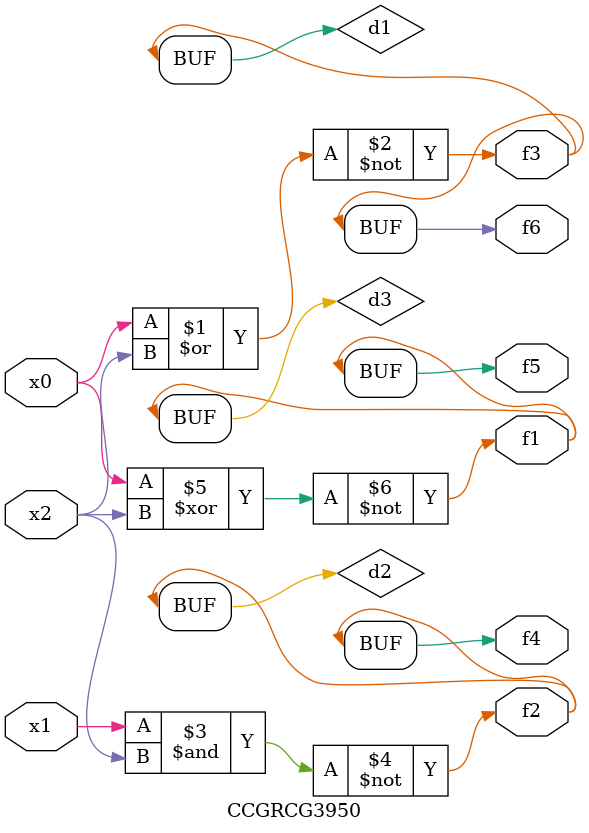
<source format=v>
module CCGRCG3950(
	input x0, x1, x2,
	output f1, f2, f3, f4, f5, f6
);

	wire d1, d2, d3;

	nor (d1, x0, x2);
	nand (d2, x1, x2);
	xnor (d3, x0, x2);
	assign f1 = d3;
	assign f2 = d2;
	assign f3 = d1;
	assign f4 = d2;
	assign f5 = d3;
	assign f6 = d1;
endmodule

</source>
